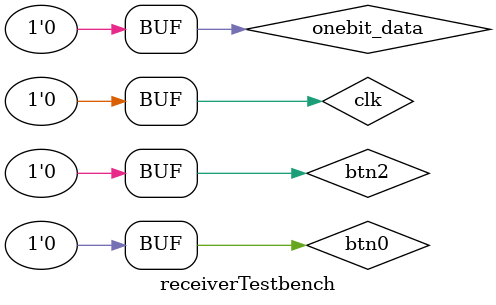
<source format=v>
`timescale 1ns / 1ps

module receiverTestbench;

	// Inputs
	reg clk;
	reg btn0;
	reg btn2;
	reg onebit_data;

	// Outputs
	wire [7:0] led;

	// Instantiate the Unit Under Test (UUT)
	recceiver uut (
		.clk(clk), 
		.btn0(btn0), 
		.btn2(btn2), 
		.onebit_data(onebit_data), 
		.led(led)
	);

	initial begin
		// Initialize Inputs
		clk = 0;
		btn0 = 0;
		btn2 = 0;
		onebit_data = 0;

		// Wait 100 ns for global reset to finish
		#100;
        
		// Add stimulus here

	end
      
endmodule


</source>
